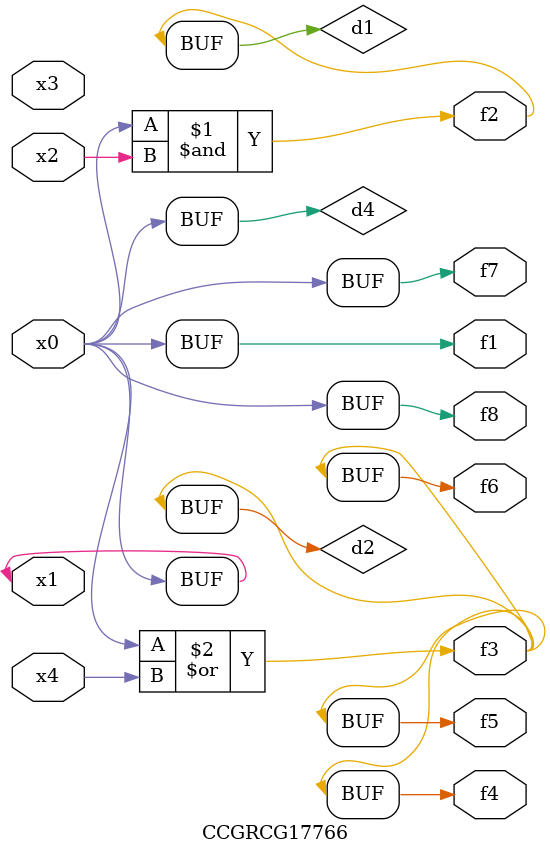
<source format=v>
module CCGRCG17766(
	input x0, x1, x2, x3, x4,
	output f1, f2, f3, f4, f5, f6, f7, f8
);

	wire d1, d2, d3, d4;

	and (d1, x0, x2);
	or (d2, x0, x4);
	nand (d3, x0, x2);
	buf (d4, x0, x1);
	assign f1 = d4;
	assign f2 = d1;
	assign f3 = d2;
	assign f4 = d2;
	assign f5 = d2;
	assign f6 = d2;
	assign f7 = d4;
	assign f8 = d4;
endmodule

</source>
